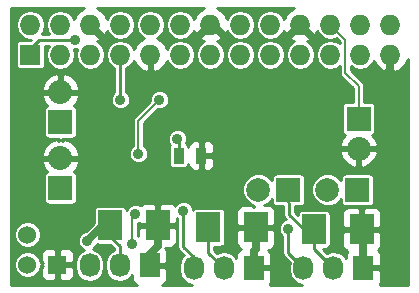
<source format=gbl>
G04 #@! TF.FileFunction,Copper,L2,Bot,Signal*
%FSLAX46Y46*%
G04 Gerber Fmt 4.6, Leading zero omitted, Abs format (unit mm)*
G04 Created by KiCad (PCBNEW (after 2015-mar-04 BZR unknown)-product) date 10/24/2015 7:47:12 PM*
%MOMM*%
G01*
G04 APERTURE LIST*
%ADD10C,0.150000*%
%ADD11R,2.032000X2.032000*%
%ADD12O,2.032000X2.032000*%
%ADD13R,0.889000X1.397000*%
%ADD14R,1.524000X1.524000*%
%ADD15C,1.524000*%
%ADD16R,2.000000X2.500000*%
%ADD17R,1.727200X2.032000*%
%ADD18O,1.727200X2.032000*%
%ADD19R,1.727200X1.727200*%
%ADD20O,1.727200X1.727200*%
%ADD21R,2.000000X2.000000*%
%ADD22C,2.000000*%
%ADD23C,0.889000*%
%ADD24C,0.254000*%
%ADD25C,0.203200*%
%ADD26C,0.635000*%
G04 APERTURE END LIST*
D10*
D11*
X49530000Y-45593000D03*
D12*
X49530000Y-43053000D03*
D13*
X59541500Y-42827000D03*
X61446500Y-42827000D03*
D14*
X49276000Y-52070000D03*
D15*
X46736000Y-52070000D03*
X46736000Y-49530000D03*
D16*
X62058800Y-48920400D03*
X66058800Y-48920400D03*
X71025000Y-49072800D03*
X75025000Y-49072800D03*
X53753000Y-48742600D03*
X57753000Y-48742600D03*
D17*
X57073800Y-52120800D03*
D18*
X54533800Y-52120800D03*
X51993800Y-52120800D03*
D17*
X65887600Y-52349400D03*
D18*
X63347600Y-52349400D03*
X60807600Y-52349400D03*
D17*
X75184000Y-52349400D03*
D18*
X72644000Y-52349400D03*
X70104000Y-52349400D03*
D11*
X74777600Y-39700200D03*
D12*
X74777600Y-42240200D03*
D11*
X49530000Y-40005000D03*
D12*
X49530000Y-37465000D03*
D19*
X46990000Y-34290000D03*
D20*
X46990000Y-31750000D03*
X49530000Y-34290000D03*
X49530000Y-31750000D03*
X52070000Y-34290000D03*
X52070000Y-31750000D03*
X54610000Y-34290000D03*
X54610000Y-31750000D03*
X57150000Y-34290000D03*
X57150000Y-31750000D03*
X59690000Y-34290000D03*
X59690000Y-31750000D03*
X62230000Y-34290000D03*
X62230000Y-31750000D03*
X64770000Y-34290000D03*
X64770000Y-31750000D03*
X67310000Y-34290000D03*
X67310000Y-31750000D03*
X69850000Y-34290000D03*
X69850000Y-31750000D03*
X72390000Y-34290000D03*
X72390000Y-31750000D03*
X74930000Y-34290000D03*
X74930000Y-31750000D03*
X77470000Y-34290000D03*
X77470000Y-31750000D03*
D21*
X74676000Y-45720000D03*
D22*
X72136000Y-45720000D03*
D21*
X68834000Y-45720000D03*
D22*
X66294000Y-45720000D03*
D23*
X50800000Y-33020000D03*
X59436000Y-41402000D03*
X56134000Y-42672000D03*
X57912000Y-38100000D03*
X54610000Y-38100000D03*
X51816000Y-50038000D03*
X57023000Y-43815000D03*
X64262000Y-43942000D03*
X57658000Y-40640000D03*
X55626000Y-50292000D03*
X55880000Y-47752000D03*
X59944000Y-47498000D03*
X68834000Y-49022000D03*
D24*
X47752000Y-33020000D02*
X46990000Y-33782000D01*
X50800000Y-33020000D02*
X47752000Y-33020000D01*
X46990000Y-33782000D02*
X46990000Y-34290000D01*
X59541500Y-41507500D02*
X59436000Y-41402000D01*
X59541500Y-42827000D02*
X59541500Y-41507500D01*
D25*
X56134000Y-42672000D02*
X56134000Y-39878000D01*
X56134000Y-39878000D02*
X57912000Y-38100000D01*
X74777600Y-39700200D02*
X74777600Y-36931600D01*
X74777600Y-36931600D02*
X73660000Y-35814000D01*
X72390000Y-31750000D02*
X73660000Y-33020000D01*
X73660000Y-33020000D02*
X73660000Y-35814000D01*
X74422000Y-39344600D02*
X74777600Y-39700200D01*
D24*
X54610000Y-38100000D02*
X54610000Y-34290000D01*
D26*
X53753000Y-48742600D02*
X53111400Y-48742600D01*
X53111400Y-48742600D02*
X51816000Y-50038000D01*
D24*
X53111400Y-48742600D02*
X51816000Y-50038000D01*
X54533800Y-50469800D02*
X54533800Y-52120800D01*
X53753000Y-49689000D02*
X54533800Y-50469800D01*
X53753000Y-48742600D02*
X53753000Y-49689000D01*
X62058800Y-48920400D02*
X62382400Y-48920400D01*
X68910200Y-47828200D02*
X68834000Y-45720000D01*
X70154800Y-49072800D02*
X68910200Y-47828200D01*
X71025000Y-49072800D02*
X70154800Y-49072800D01*
X62058800Y-51060600D02*
X63347600Y-52349400D01*
X62058800Y-48920400D02*
X62058800Y-51060600D01*
X71025000Y-50730400D02*
X72644000Y-52349400D01*
X71025000Y-49072800D02*
X71025000Y-50730400D01*
D26*
X77470000Y-34290000D02*
X77470000Y-35560000D01*
X77470000Y-35560000D02*
X77216000Y-35814000D01*
X69850000Y-31750000D02*
X71120000Y-33020000D01*
X69850000Y-31750000D02*
X68580000Y-33020000D01*
X52070000Y-31750000D02*
X53340000Y-33020000D01*
X62230000Y-31750000D02*
X60960000Y-33020000D01*
X62230000Y-31750000D02*
X62484000Y-31750000D01*
X62484000Y-31750000D02*
X63500000Y-32766000D01*
X75184000Y-52349400D02*
X75184000Y-49231800D01*
X75184000Y-49231800D02*
X75025000Y-49072800D01*
X65887600Y-52349400D02*
X65887600Y-50952400D01*
X66058800Y-50781200D02*
X66058800Y-48920400D01*
X65887600Y-50952400D02*
X66058800Y-50781200D01*
X57073800Y-52120800D02*
X57073800Y-51130200D01*
X57073800Y-51130200D02*
X57753000Y-50451000D01*
X57753000Y-50451000D02*
X57753000Y-48742600D01*
D24*
X68580000Y-33020000D02*
X68580000Y-35814000D01*
X60960000Y-33020000D02*
X60960000Y-35814000D01*
X53340000Y-33020000D02*
X53340000Y-35560000D01*
D25*
X55626000Y-48006000D02*
X55626000Y-50292000D01*
X55880000Y-47752000D02*
X55626000Y-48006000D01*
D24*
X59944000Y-50546000D02*
X59944000Y-47498000D01*
X60807600Y-51409600D02*
X59944000Y-50546000D01*
X60807600Y-52349400D02*
X60807600Y-51409600D01*
X70104000Y-52324000D02*
X70104000Y-52349400D01*
X68834000Y-49022000D02*
X68834000Y-51054000D01*
X68834000Y-51054000D02*
X70104000Y-52324000D01*
G36*
X52217000Y-31877000D02*
X52197000Y-31877000D01*
X52197000Y-31897000D01*
X51943000Y-31897000D01*
X51943000Y-31877000D01*
X51923000Y-31877000D01*
X51923000Y-31623000D01*
X51943000Y-31623000D01*
X51943000Y-31603000D01*
X52197000Y-31603000D01*
X52197000Y-31623000D01*
X52217000Y-31623000D01*
X52217000Y-31877000D01*
X52217000Y-31877000D01*
G37*
X52217000Y-31877000D02*
X52197000Y-31877000D01*
X52197000Y-31897000D01*
X51943000Y-31897000D01*
X51943000Y-31877000D01*
X51923000Y-31877000D01*
X51923000Y-31623000D01*
X51943000Y-31623000D01*
X51943000Y-31603000D01*
X52197000Y-31603000D01*
X52197000Y-31623000D01*
X52217000Y-31623000D01*
X52217000Y-31877000D01*
G36*
X62377000Y-31877000D02*
X62357000Y-31877000D01*
X62357000Y-31897000D01*
X62103000Y-31897000D01*
X62103000Y-31877000D01*
X62083000Y-31877000D01*
X62083000Y-31623000D01*
X62103000Y-31623000D01*
X62103000Y-31603000D01*
X62357000Y-31603000D01*
X62357000Y-31623000D01*
X62377000Y-31623000D01*
X62377000Y-31877000D01*
X62377000Y-31877000D01*
G37*
X62377000Y-31877000D02*
X62357000Y-31877000D01*
X62357000Y-31897000D01*
X62103000Y-31897000D01*
X62103000Y-31877000D01*
X62083000Y-31877000D01*
X62083000Y-31623000D01*
X62103000Y-31623000D01*
X62103000Y-31603000D01*
X62357000Y-31603000D01*
X62357000Y-31623000D01*
X62377000Y-31623000D01*
X62377000Y-31877000D01*
G36*
X69997000Y-31877000D02*
X69977000Y-31877000D01*
X69977000Y-31897000D01*
X69723000Y-31897000D01*
X69723000Y-31877000D01*
X69703000Y-31877000D01*
X69703000Y-31623000D01*
X69723000Y-31623000D01*
X69723000Y-31603000D01*
X69977000Y-31603000D01*
X69977000Y-31623000D01*
X69997000Y-31623000D01*
X69997000Y-31877000D01*
X69997000Y-31877000D01*
G37*
X69997000Y-31877000D02*
X69977000Y-31877000D01*
X69977000Y-31897000D01*
X69723000Y-31897000D01*
X69723000Y-31877000D01*
X69703000Y-31877000D01*
X69703000Y-31623000D01*
X69723000Y-31623000D01*
X69723000Y-31603000D01*
X69977000Y-31603000D01*
X69977000Y-31623000D01*
X69997000Y-31623000D01*
X69997000Y-31877000D01*
G36*
X78909800Y-53749800D02*
X76561225Y-53749800D01*
X76585927Y-53725098D01*
X76682600Y-53491709D01*
X76682600Y-52635150D01*
X76523850Y-52476400D01*
X75311000Y-52476400D01*
X75311000Y-52496400D01*
X75057000Y-52496400D01*
X75057000Y-52476400D01*
X75037000Y-52476400D01*
X75037000Y-52222400D01*
X75057000Y-52222400D01*
X75057000Y-52202400D01*
X75311000Y-52202400D01*
X75311000Y-52222400D01*
X76523850Y-52222400D01*
X76682600Y-52063650D01*
X76682600Y-51207091D01*
X76585927Y-50973702D01*
X76429025Y-50816799D01*
X76563327Y-50682499D01*
X76660000Y-50449110D01*
X76660000Y-50196491D01*
X76660000Y-49358550D01*
X76660000Y-48787050D01*
X76660000Y-47949109D01*
X76660000Y-47696490D01*
X76563327Y-47463101D01*
X76384698Y-47284473D01*
X76383575Y-47284007D01*
X76383575Y-42623144D01*
X76264436Y-42367200D01*
X74904600Y-42367200D01*
X74904600Y-43727567D01*
X75160546Y-43846183D01*
X75745979Y-43577388D01*
X76183985Y-43105018D01*
X76383575Y-42623144D01*
X76383575Y-47284007D01*
X76151309Y-47187800D01*
X76064464Y-47187800D01*
X76064464Y-46720000D01*
X76064464Y-44720000D01*
X76036278Y-44574726D01*
X75952404Y-44447044D01*
X75825784Y-44361574D01*
X75676000Y-44331536D01*
X74650600Y-44331536D01*
X74650600Y-43727567D01*
X74650600Y-42367200D01*
X73290764Y-42367200D01*
X73171625Y-42623144D01*
X73371215Y-43105018D01*
X73809221Y-43577388D01*
X74394654Y-43846183D01*
X74650600Y-43727567D01*
X74650600Y-44331536D01*
X73676000Y-44331536D01*
X73530726Y-44359722D01*
X73403044Y-44443596D01*
X73317574Y-44570216D01*
X73287536Y-44720000D01*
X73287536Y-44918813D01*
X72919295Y-44549928D01*
X72411903Y-44339241D01*
X71862507Y-44338761D01*
X71354749Y-44548563D01*
X70965928Y-44936705D01*
X70755241Y-45444097D01*
X70754761Y-45993493D01*
X70964563Y-46501251D01*
X71352705Y-46890072D01*
X71860097Y-47100759D01*
X72409493Y-47101239D01*
X72917251Y-46891437D01*
X73287536Y-46521798D01*
X73287536Y-46720000D01*
X73315722Y-46865274D01*
X73399596Y-46992956D01*
X73526216Y-47078426D01*
X73676000Y-47108464D01*
X75676000Y-47108464D01*
X75821274Y-47080278D01*
X75948956Y-46996404D01*
X76034426Y-46869784D01*
X76064464Y-46720000D01*
X76064464Y-47187800D01*
X75310750Y-47187800D01*
X75152000Y-47346550D01*
X75152000Y-48945800D01*
X76501250Y-48945800D01*
X76660000Y-48787050D01*
X76660000Y-49358550D01*
X76501250Y-49199800D01*
X75152000Y-49199800D01*
X75152000Y-49219800D01*
X74898000Y-49219800D01*
X74898000Y-49199800D01*
X74898000Y-48945800D01*
X74898000Y-47346550D01*
X74739250Y-47187800D01*
X73898691Y-47187800D01*
X73665302Y-47284473D01*
X73486673Y-47463101D01*
X73390000Y-47696490D01*
X73390000Y-47949109D01*
X73390000Y-48787050D01*
X73548750Y-48945800D01*
X74898000Y-48945800D01*
X74898000Y-49199800D01*
X73548750Y-49199800D01*
X73390000Y-49358550D01*
X73390000Y-50196491D01*
X73390000Y-50449110D01*
X73486673Y-50682499D01*
X73665302Y-50861127D01*
X73827473Y-50928300D01*
X73782073Y-50973702D01*
X73685400Y-51207091D01*
X73685400Y-51531021D01*
X73524065Y-51289566D01*
X73120288Y-51019771D01*
X72644000Y-50925031D01*
X72167712Y-51019771D01*
X72086832Y-51073812D01*
X71724284Y-50711264D01*
X72025000Y-50711264D01*
X72170274Y-50683078D01*
X72297956Y-50599204D01*
X72383426Y-50472584D01*
X72413464Y-50322800D01*
X72413464Y-47822800D01*
X72385278Y-47677526D01*
X72301404Y-47549844D01*
X72174784Y-47464374D01*
X72025000Y-47434336D01*
X70025000Y-47434336D01*
X69879726Y-47462522D01*
X69752044Y-47546396D01*
X69666574Y-47673016D01*
X69636536Y-47822800D01*
X69636536Y-47836116D01*
X69410653Y-47610233D01*
X69392517Y-47108464D01*
X69834000Y-47108464D01*
X69979274Y-47080278D01*
X70106956Y-46996404D01*
X70192426Y-46869784D01*
X70222464Y-46720000D01*
X70222464Y-44720000D01*
X70194278Y-44574726D01*
X70110404Y-44447044D01*
X69983784Y-44361574D01*
X69834000Y-44331536D01*
X68554600Y-44331536D01*
X68554600Y-34314383D01*
X68554600Y-34265617D01*
X68459860Y-33789329D01*
X68190065Y-33385552D01*
X67786288Y-33115757D01*
X67310000Y-33021017D01*
X66833712Y-33115757D01*
X66429935Y-33385552D01*
X66160140Y-33789329D01*
X66065400Y-34265617D01*
X66065400Y-34314383D01*
X66160140Y-34790671D01*
X66429935Y-35194448D01*
X66833712Y-35464243D01*
X67310000Y-35558983D01*
X67786288Y-35464243D01*
X68190065Y-35194448D01*
X68459860Y-34790671D01*
X68554600Y-34314383D01*
X68554600Y-44331536D01*
X67834000Y-44331536D01*
X67688726Y-44359722D01*
X67561044Y-44443596D01*
X67475574Y-44570216D01*
X67445536Y-44720000D01*
X67445536Y-44918813D01*
X67077295Y-44549928D01*
X66569903Y-44339241D01*
X66020507Y-44338761D01*
X66014600Y-44341201D01*
X66014600Y-34314383D01*
X66014600Y-34265617D01*
X65919860Y-33789329D01*
X65650065Y-33385552D01*
X65246288Y-33115757D01*
X64770000Y-33021017D01*
X64293712Y-33115757D01*
X63889935Y-33385552D01*
X63620140Y-33789329D01*
X63525400Y-34265617D01*
X63525400Y-34314383D01*
X63620140Y-34790671D01*
X63889935Y-35194448D01*
X64293712Y-35464243D01*
X64770000Y-35558983D01*
X65246288Y-35464243D01*
X65650065Y-35194448D01*
X65919860Y-34790671D01*
X66014600Y-34314383D01*
X66014600Y-44341201D01*
X65512749Y-44548563D01*
X65123928Y-44936705D01*
X64913241Y-45444097D01*
X64912761Y-45993493D01*
X65122563Y-46501251D01*
X65510705Y-46890072D01*
X65931798Y-47064924D01*
X65931798Y-47194148D01*
X65773050Y-47035400D01*
X64932491Y-47035400D01*
X64699102Y-47132073D01*
X64520473Y-47310701D01*
X64423800Y-47544090D01*
X64423800Y-47796709D01*
X64423800Y-48634650D01*
X64582550Y-48793400D01*
X65931800Y-48793400D01*
X65931800Y-48773400D01*
X66185800Y-48773400D01*
X66185800Y-48793400D01*
X67535050Y-48793400D01*
X67693800Y-48634650D01*
X67693800Y-47796709D01*
X67693800Y-47544090D01*
X67597127Y-47310701D01*
X67418498Y-47132073D01*
X67185109Y-47035400D01*
X66726835Y-47035400D01*
X67075251Y-46891437D01*
X67445536Y-46521798D01*
X67445536Y-46720000D01*
X67473722Y-46865274D01*
X67557596Y-46992956D01*
X67684216Y-47078426D01*
X67834000Y-47108464D01*
X68375854Y-47108464D01*
X68402532Y-47846550D01*
X68423290Y-47934228D01*
X68440869Y-48022603D01*
X68446048Y-48030354D01*
X68448197Y-48039429D01*
X68500937Y-48112502D01*
X68550990Y-48187410D01*
X68592268Y-48228688D01*
X68367002Y-48321767D01*
X68134583Y-48553781D01*
X68008643Y-48857077D01*
X68008357Y-49185482D01*
X68133767Y-49488998D01*
X68326000Y-49681566D01*
X68326000Y-51054000D01*
X68364669Y-51248403D01*
X68474790Y-51413210D01*
X68921087Y-51859507D01*
X68859400Y-52169631D01*
X68859400Y-52529169D01*
X68954140Y-53005457D01*
X69223935Y-53409234D01*
X69627712Y-53679029D01*
X69983500Y-53749800D01*
X67693800Y-53749800D01*
X67693800Y-50296710D01*
X67693800Y-50044091D01*
X67693800Y-49206150D01*
X67535050Y-49047400D01*
X66185800Y-49047400D01*
X66185800Y-50646650D01*
X66237550Y-50698400D01*
X66173350Y-50698400D01*
X66014600Y-50857150D01*
X66014600Y-52222400D01*
X67227450Y-52222400D01*
X67386200Y-52063650D01*
X67386200Y-51207091D01*
X67289527Y-50973702D01*
X67121225Y-50805400D01*
X67185109Y-50805400D01*
X67418498Y-50708727D01*
X67597127Y-50530099D01*
X67693800Y-50296710D01*
X67693800Y-53749800D01*
X67264825Y-53749800D01*
X67289527Y-53725098D01*
X67386200Y-53491709D01*
X67386200Y-52635150D01*
X67227450Y-52476400D01*
X66014600Y-52476400D01*
X66014600Y-52496400D01*
X65760600Y-52496400D01*
X65760600Y-52476400D01*
X65740600Y-52476400D01*
X65740600Y-52222400D01*
X65760600Y-52222400D01*
X65760600Y-50857150D01*
X65708850Y-50805400D01*
X65773050Y-50805400D01*
X65931800Y-50646650D01*
X65931800Y-49047400D01*
X64582550Y-49047400D01*
X64423800Y-49206150D01*
X64423800Y-50044091D01*
X64423800Y-50296710D01*
X64520473Y-50530099D01*
X64699102Y-50708727D01*
X64785930Y-50744692D01*
X64664301Y-50795073D01*
X64485673Y-50973702D01*
X64389000Y-51207091D01*
X64389000Y-51531021D01*
X64227665Y-51289566D01*
X63823888Y-51019771D01*
X63347600Y-50925031D01*
X62871312Y-51019771D01*
X62790432Y-51073812D01*
X62566800Y-50850179D01*
X62566800Y-50558864D01*
X63058800Y-50558864D01*
X63204074Y-50530678D01*
X63331756Y-50446804D01*
X63417226Y-50320184D01*
X63447264Y-50170400D01*
X63447264Y-47670400D01*
X63419078Y-47525126D01*
X63335204Y-47397444D01*
X63208584Y-47311974D01*
X63058800Y-47281936D01*
X62526000Y-47281936D01*
X62526000Y-43651810D01*
X62526000Y-43399191D01*
X62526000Y-43112750D01*
X62526000Y-42541250D01*
X62526000Y-42254809D01*
X62526000Y-42002190D01*
X62429327Y-41768801D01*
X62250698Y-41590173D01*
X62017309Y-41493500D01*
X61732250Y-41493500D01*
X61573500Y-41652250D01*
X61573500Y-42700000D01*
X62367250Y-42700000D01*
X62526000Y-42541250D01*
X62526000Y-43112750D01*
X62367250Y-42954000D01*
X61573500Y-42954000D01*
X61573500Y-44001750D01*
X61732250Y-44160500D01*
X62017309Y-44160500D01*
X62250698Y-44063827D01*
X62429327Y-43885199D01*
X62526000Y-43651810D01*
X62526000Y-47281936D01*
X61319500Y-47281936D01*
X61319500Y-44001750D01*
X61319500Y-42954000D01*
X61299500Y-42954000D01*
X61299500Y-42700000D01*
X61319500Y-42700000D01*
X61319500Y-41652250D01*
X61160750Y-41493500D01*
X60934600Y-41493500D01*
X60934600Y-34314383D01*
X60934600Y-34265617D01*
X60839860Y-33789329D01*
X60570065Y-33385552D01*
X60166288Y-33115757D01*
X59690000Y-33021017D01*
X59213712Y-33115757D01*
X58809935Y-33385552D01*
X58540140Y-33789329D01*
X58539676Y-33791661D01*
X58356821Y-33401510D01*
X57924947Y-33007312D01*
X57663828Y-32899159D01*
X58030065Y-32654448D01*
X58299860Y-32250671D01*
X58394600Y-31774383D01*
X58394600Y-31725617D01*
X58299860Y-31249329D01*
X58030065Y-30845552D01*
X57626288Y-30575757D01*
X57150000Y-30481017D01*
X56673712Y-30575757D01*
X56269935Y-30845552D01*
X56000140Y-31249329D01*
X55905400Y-31725617D01*
X55905400Y-31774383D01*
X56000140Y-32250671D01*
X56269935Y-32654448D01*
X56636171Y-32899159D01*
X56375053Y-33007312D01*
X55943179Y-33401510D01*
X55760323Y-33791661D01*
X55759860Y-33789329D01*
X55490065Y-33385552D01*
X55086288Y-33115757D01*
X54610000Y-33021017D01*
X54133712Y-33115757D01*
X53729935Y-33385552D01*
X53460140Y-33789329D01*
X53365400Y-34265617D01*
X53365400Y-34314383D01*
X53460140Y-34790671D01*
X53729935Y-35194448D01*
X54102000Y-35443053D01*
X54102000Y-37440697D01*
X53910583Y-37631781D01*
X53784643Y-37935077D01*
X53784357Y-38263482D01*
X53909767Y-38566998D01*
X54141781Y-38799417D01*
X54445077Y-38925357D01*
X54773482Y-38925643D01*
X55076998Y-38800233D01*
X55309417Y-38568219D01*
X55435357Y-38264923D01*
X55435643Y-37936518D01*
X55310233Y-37633002D01*
X55118000Y-37440433D01*
X55118000Y-35443053D01*
X55490065Y-35194448D01*
X55759860Y-34790671D01*
X55760323Y-34788338D01*
X55943179Y-35178490D01*
X56375053Y-35572688D01*
X56790974Y-35744958D01*
X57023000Y-35623817D01*
X57023000Y-34417000D01*
X57003000Y-34417000D01*
X57003000Y-34163000D01*
X57023000Y-34163000D01*
X57023000Y-34143000D01*
X57277000Y-34143000D01*
X57277000Y-34163000D01*
X57297000Y-34163000D01*
X57297000Y-34417000D01*
X57277000Y-34417000D01*
X57277000Y-35623817D01*
X57509026Y-35744958D01*
X57924947Y-35572688D01*
X58356821Y-35178490D01*
X58539676Y-34788338D01*
X58540140Y-34790671D01*
X58809935Y-35194448D01*
X59213712Y-35464243D01*
X59690000Y-35558983D01*
X60166288Y-35464243D01*
X60570065Y-35194448D01*
X60839860Y-34790671D01*
X60934600Y-34314383D01*
X60934600Y-41493500D01*
X60875691Y-41493500D01*
X60642302Y-41590173D01*
X60463673Y-41768801D01*
X60367000Y-42002190D01*
X60367000Y-42090029D01*
X60346278Y-41983226D01*
X60262404Y-41855544D01*
X60167977Y-41791804D01*
X60261357Y-41566923D01*
X60261643Y-41238518D01*
X60136233Y-40935002D01*
X59904219Y-40702583D01*
X59600923Y-40576643D01*
X59272518Y-40576357D01*
X58969002Y-40701767D01*
X58737643Y-40932722D01*
X58737643Y-37936518D01*
X58612233Y-37633002D01*
X58380219Y-37400583D01*
X58076923Y-37274643D01*
X57748518Y-37274357D01*
X57445002Y-37399767D01*
X57212583Y-37631781D01*
X57086643Y-37935077D01*
X57086374Y-38243125D01*
X55792750Y-39536750D01*
X55688136Y-39693317D01*
X55651400Y-39878000D01*
X55651400Y-41987341D01*
X55434583Y-42203781D01*
X55308643Y-42507077D01*
X55308357Y-42835482D01*
X55433767Y-43138998D01*
X55665781Y-43371417D01*
X55969077Y-43497357D01*
X56297482Y-43497643D01*
X56600998Y-43372233D01*
X56833417Y-43140219D01*
X56959357Y-42836923D01*
X56959643Y-42508518D01*
X56834233Y-42205002D01*
X56616600Y-41986989D01*
X56616600Y-40077900D01*
X57769123Y-38925376D01*
X58075482Y-38925643D01*
X58378998Y-38800233D01*
X58611417Y-38568219D01*
X58737357Y-38264923D01*
X58737643Y-37936518D01*
X58737643Y-40932722D01*
X58736583Y-40933781D01*
X58610643Y-41237077D01*
X58610357Y-41565482D01*
X58735767Y-41868998D01*
X58781625Y-41914936D01*
X58738574Y-41978716D01*
X58708536Y-42128500D01*
X58708536Y-43525500D01*
X58736722Y-43670774D01*
X58820596Y-43798456D01*
X58947216Y-43883926D01*
X59097000Y-43913964D01*
X59986000Y-43913964D01*
X60131274Y-43885778D01*
X60258956Y-43801904D01*
X60344426Y-43675284D01*
X60367000Y-43562719D01*
X60367000Y-43651810D01*
X60463673Y-43885199D01*
X60642302Y-44063827D01*
X60875691Y-44160500D01*
X61160750Y-44160500D01*
X61319500Y-44001750D01*
X61319500Y-47281936D01*
X61058800Y-47281936D01*
X60913526Y-47310122D01*
X60785844Y-47393996D01*
X60769570Y-47418104D01*
X60769643Y-47334518D01*
X60644233Y-47031002D01*
X60412219Y-46798583D01*
X60108923Y-46672643D01*
X59780518Y-46672357D01*
X59477002Y-46797767D01*
X59244583Y-47029781D01*
X59228041Y-47069616D01*
X59112698Y-46954273D01*
X58879309Y-46857600D01*
X58038750Y-46857600D01*
X57880000Y-47016350D01*
X57880000Y-48615600D01*
X59229250Y-48615600D01*
X59388000Y-48456850D01*
X59388000Y-48109482D01*
X59436000Y-48157566D01*
X59436000Y-50546000D01*
X59474669Y-50740403D01*
X59584790Y-50905210D01*
X59952478Y-51272898D01*
X59927535Y-51289566D01*
X59657740Y-51693343D01*
X59563000Y-52169631D01*
X59563000Y-52529169D01*
X59657740Y-53005457D01*
X59927535Y-53409234D01*
X60331312Y-53679029D01*
X60687100Y-53749800D01*
X58116822Y-53749800D01*
X58297099Y-53675127D01*
X58475727Y-53496498D01*
X58572400Y-53263109D01*
X58572400Y-52406550D01*
X58413650Y-52247800D01*
X57200800Y-52247800D01*
X57200800Y-52267800D01*
X56946800Y-52267800D01*
X56946800Y-52247800D01*
X56926800Y-52247800D01*
X56926800Y-51993800D01*
X56946800Y-51993800D01*
X56946800Y-51973800D01*
X57200800Y-51973800D01*
X57200800Y-51993800D01*
X58413650Y-51993800D01*
X58572400Y-51835050D01*
X58572400Y-50978491D01*
X58475727Y-50745102D01*
X58358225Y-50627600D01*
X58879309Y-50627600D01*
X59112698Y-50530927D01*
X59291327Y-50352299D01*
X59388000Y-50118910D01*
X59388000Y-49866291D01*
X59388000Y-49028350D01*
X59229250Y-48869600D01*
X57880000Y-48869600D01*
X57880000Y-48889600D01*
X57626000Y-48889600D01*
X57626000Y-48869600D01*
X56276750Y-48869600D01*
X56118000Y-49028350D01*
X56118000Y-49616405D01*
X56108600Y-49606989D01*
X56108600Y-48550736D01*
X56181687Y-48520537D01*
X56276750Y-48615600D01*
X57626000Y-48615600D01*
X57626000Y-47016350D01*
X57467250Y-46857600D01*
X56626691Y-46857600D01*
X56393302Y-46954273D01*
X56310608Y-47036965D01*
X56044923Y-46926643D01*
X55716518Y-46926357D01*
X55413002Y-47051767D01*
X55180583Y-47283781D01*
X55126308Y-47414487D01*
X55113278Y-47347326D01*
X55029404Y-47219644D01*
X54902784Y-47134174D01*
X54753000Y-47104136D01*
X52753000Y-47104136D01*
X52607726Y-47132322D01*
X52480044Y-47216196D01*
X52394574Y-47342816D01*
X52364536Y-47492600D01*
X52364536Y-48501636D01*
X51653813Y-49212358D01*
X51652518Y-49212357D01*
X51349002Y-49337767D01*
X51135975Y-49550422D01*
X51135975Y-43435944D01*
X51135975Y-42670056D01*
X50936385Y-42188182D01*
X50498379Y-41715812D01*
X49912946Y-41447017D01*
X49657002Y-41565632D01*
X49657002Y-41409464D01*
X50546000Y-41409464D01*
X50691274Y-41381278D01*
X50818956Y-41297404D01*
X50904426Y-41170784D01*
X50934464Y-41021000D01*
X50934464Y-38989000D01*
X50906278Y-38843726D01*
X50822404Y-38716044D01*
X50695784Y-38630574D01*
X50663509Y-38624101D01*
X50936385Y-38329818D01*
X51135975Y-37847944D01*
X51135975Y-37082056D01*
X50936385Y-36600182D01*
X50498379Y-36127812D01*
X49912946Y-35859017D01*
X49657000Y-35977633D01*
X49657000Y-37338000D01*
X51016836Y-37338000D01*
X51135975Y-37082056D01*
X51135975Y-37847944D01*
X51016836Y-37592000D01*
X49657000Y-37592000D01*
X49657000Y-37612000D01*
X49403000Y-37612000D01*
X49403000Y-37592000D01*
X49403000Y-37338000D01*
X49403000Y-35977633D01*
X49147054Y-35859017D01*
X48561621Y-36127812D01*
X48123615Y-36600182D01*
X47924025Y-37082056D01*
X48043164Y-37338000D01*
X49403000Y-37338000D01*
X49403000Y-37592000D01*
X48043164Y-37592000D01*
X47924025Y-37847944D01*
X48123615Y-38329818D01*
X48395887Y-38623452D01*
X48368726Y-38628722D01*
X48241044Y-38712596D01*
X48155574Y-38839216D01*
X48125536Y-38989000D01*
X48125536Y-41021000D01*
X48153722Y-41166274D01*
X48237596Y-41293956D01*
X48364216Y-41379426D01*
X48514000Y-41409464D01*
X49402998Y-41409464D01*
X49402998Y-41565632D01*
X49147054Y-41447017D01*
X48561621Y-41715812D01*
X48123615Y-42188182D01*
X47924025Y-42670056D01*
X48043164Y-42926000D01*
X49403000Y-42926000D01*
X49403000Y-42906000D01*
X49657000Y-42906000D01*
X49657000Y-42926000D01*
X51016836Y-42926000D01*
X51135975Y-42670056D01*
X51135975Y-43435944D01*
X51016836Y-43180000D01*
X49657000Y-43180000D01*
X49657000Y-43200000D01*
X49403000Y-43200000D01*
X49403000Y-43180000D01*
X48043164Y-43180000D01*
X47924025Y-43435944D01*
X48123615Y-43917818D01*
X48395887Y-44211452D01*
X48368726Y-44216722D01*
X48241044Y-44300596D01*
X48155574Y-44427216D01*
X48125536Y-44577000D01*
X48125536Y-46609000D01*
X48153722Y-46754274D01*
X48237596Y-46881956D01*
X48364216Y-46967426D01*
X48514000Y-46997464D01*
X50546000Y-46997464D01*
X50691274Y-46969278D01*
X50818956Y-46885404D01*
X50904426Y-46758784D01*
X50934464Y-46609000D01*
X50934464Y-44577000D01*
X50906278Y-44431726D01*
X50822404Y-44304044D01*
X50695784Y-44218574D01*
X50663509Y-44212101D01*
X50936385Y-43917818D01*
X51135975Y-43435944D01*
X51135975Y-49550422D01*
X51116583Y-49569781D01*
X50990643Y-49873077D01*
X50990357Y-50201482D01*
X51115767Y-50504998D01*
X51347781Y-50737417D01*
X51502074Y-50801485D01*
X51113735Y-51060966D01*
X50843940Y-51464743D01*
X50749200Y-51941031D01*
X50749200Y-52300569D01*
X50843940Y-52776857D01*
X51113735Y-53180634D01*
X51517512Y-53450429D01*
X51993800Y-53545169D01*
X52470088Y-53450429D01*
X52873865Y-53180634D01*
X53143660Y-52776857D01*
X53238400Y-52300569D01*
X53238400Y-51941031D01*
X53143660Y-51464743D01*
X52873865Y-51060966D01*
X52470088Y-50791171D01*
X52257310Y-50748846D01*
X52282998Y-50738233D01*
X52515417Y-50506219D01*
X52584972Y-50338711D01*
X52603216Y-50351026D01*
X52753000Y-50381064D01*
X53726644Y-50381064D01*
X54025800Y-50680220D01*
X54025800Y-50812360D01*
X53653735Y-51060966D01*
X53383940Y-51464743D01*
X53289200Y-51941031D01*
X53289200Y-52300569D01*
X53383940Y-52776857D01*
X53653735Y-53180634D01*
X54057512Y-53450429D01*
X54533800Y-53545169D01*
X55010088Y-53450429D01*
X55413865Y-53180634D01*
X55575200Y-52939178D01*
X55575200Y-53263109D01*
X55671873Y-53496498D01*
X55850501Y-53675127D01*
X56030777Y-53749800D01*
X50673000Y-53749800D01*
X50673000Y-52958310D01*
X50673000Y-52705691D01*
X50673000Y-52355750D01*
X50673000Y-51784250D01*
X50673000Y-51434309D01*
X50673000Y-51181690D01*
X50576327Y-50948301D01*
X50397698Y-50769673D01*
X50164309Y-50673000D01*
X49561750Y-50673000D01*
X49403000Y-50831750D01*
X49403000Y-51943000D01*
X50514250Y-51943000D01*
X50673000Y-51784250D01*
X50673000Y-52355750D01*
X50514250Y-52197000D01*
X49403000Y-52197000D01*
X49403000Y-53308250D01*
X49561750Y-53467000D01*
X50164309Y-53467000D01*
X50397698Y-53370327D01*
X50576327Y-53191699D01*
X50673000Y-52958310D01*
X50673000Y-53749800D01*
X49149000Y-53749800D01*
X49149000Y-53308250D01*
X49149000Y-52197000D01*
X49129000Y-52197000D01*
X49129000Y-51943000D01*
X49149000Y-51943000D01*
X49149000Y-50831750D01*
X48990250Y-50673000D01*
X48387691Y-50673000D01*
X48154302Y-50769673D01*
X47975673Y-50948301D01*
X47879198Y-51181211D01*
X47879198Y-49303641D01*
X47705554Y-48883388D01*
X47384303Y-48561577D01*
X46964354Y-48387199D01*
X46509641Y-48386802D01*
X46089388Y-48560446D01*
X45767577Y-48881697D01*
X45593199Y-49301646D01*
X45592802Y-49756359D01*
X45766446Y-50176612D01*
X46087697Y-50498423D01*
X46507646Y-50672801D01*
X46962359Y-50673198D01*
X47382612Y-50499554D01*
X47704423Y-50178303D01*
X47878801Y-49758354D01*
X47879198Y-49303641D01*
X47879198Y-51181211D01*
X47879000Y-51181690D01*
X47879000Y-51434309D01*
X47879000Y-51784250D01*
X48037748Y-51942998D01*
X47879198Y-51942998D01*
X47879111Y-51942998D01*
X47879198Y-51843641D01*
X47705554Y-51423388D01*
X47384303Y-51101577D01*
X46964354Y-50927199D01*
X46509641Y-50926802D01*
X46089388Y-51100446D01*
X45767577Y-51421697D01*
X45593199Y-51841646D01*
X45592802Y-52296359D01*
X45766446Y-52716612D01*
X46087697Y-53038423D01*
X46507646Y-53212801D01*
X46962359Y-53213198D01*
X47382612Y-53039554D01*
X47704423Y-52718303D01*
X47878801Y-52298354D01*
X47879000Y-52070424D01*
X47879000Y-52197002D01*
X47879198Y-52197002D01*
X48037748Y-52197002D01*
X47879198Y-52355552D01*
X47879000Y-52355750D01*
X47879000Y-52705691D01*
X47879000Y-52958310D01*
X47975673Y-53191699D01*
X48154302Y-53370327D01*
X48387691Y-53467000D01*
X48990250Y-53467000D01*
X49149000Y-53308250D01*
X49149000Y-53749800D01*
X45380200Y-53749800D01*
X45380200Y-30380200D01*
X51505372Y-30380200D01*
X51295053Y-30467312D01*
X50863179Y-30861510D01*
X50680323Y-31251661D01*
X50679860Y-31249329D01*
X50410065Y-30845552D01*
X50006288Y-30575757D01*
X49530000Y-30481017D01*
X49053712Y-30575757D01*
X48649935Y-30845552D01*
X48380140Y-31249329D01*
X48285400Y-31725617D01*
X48285400Y-31774383D01*
X48380140Y-32250671D01*
X48554754Y-32512000D01*
X47965245Y-32512000D01*
X48139860Y-32250671D01*
X48234600Y-31774383D01*
X48234600Y-31725617D01*
X48139860Y-31249329D01*
X47870065Y-30845552D01*
X47466288Y-30575757D01*
X46990000Y-30481017D01*
X46513712Y-30575757D01*
X46109935Y-30845552D01*
X45840140Y-31249329D01*
X45745400Y-31725617D01*
X45745400Y-31774383D01*
X45840140Y-32250671D01*
X46109935Y-32654448D01*
X46513712Y-32924243D01*
X46990000Y-33018983D01*
X47045670Y-33007909D01*
X47015644Y-33037936D01*
X46126400Y-33037936D01*
X45981126Y-33066122D01*
X45853444Y-33149996D01*
X45767974Y-33276616D01*
X45737936Y-33426400D01*
X45737936Y-35153600D01*
X45766122Y-35298874D01*
X45849996Y-35426556D01*
X45976616Y-35512026D01*
X46126400Y-35542064D01*
X47853600Y-35542064D01*
X47998874Y-35513878D01*
X48126556Y-35430004D01*
X48212026Y-35303384D01*
X48242064Y-35153600D01*
X48242064Y-33528000D01*
X48554754Y-33528000D01*
X48380140Y-33789329D01*
X48285400Y-34265617D01*
X48285400Y-34314383D01*
X48380140Y-34790671D01*
X48649935Y-35194448D01*
X49053712Y-35464243D01*
X49530000Y-35558983D01*
X50006288Y-35464243D01*
X50410065Y-35194448D01*
X50679860Y-34790671D01*
X50774600Y-34314383D01*
X50774600Y-34265617D01*
X50691014Y-33845405D01*
X50908947Y-33845595D01*
X50825400Y-34265617D01*
X50825400Y-34314383D01*
X50920140Y-34790671D01*
X51189935Y-35194448D01*
X51593712Y-35464243D01*
X52070000Y-35558983D01*
X52546288Y-35464243D01*
X52950065Y-35194448D01*
X53219860Y-34790671D01*
X53314600Y-34314383D01*
X53314600Y-34265617D01*
X53219860Y-33789329D01*
X52950065Y-33385552D01*
X52583828Y-33140840D01*
X52844947Y-33032688D01*
X53276821Y-32638490D01*
X53459676Y-32248338D01*
X53460140Y-32250671D01*
X53729935Y-32654448D01*
X54133712Y-32924243D01*
X54610000Y-33018983D01*
X55086288Y-32924243D01*
X55490065Y-32654448D01*
X55759860Y-32250671D01*
X55854600Y-31774383D01*
X55854600Y-31725617D01*
X55759860Y-31249329D01*
X55490065Y-30845552D01*
X55086288Y-30575757D01*
X54610000Y-30481017D01*
X54133712Y-30575757D01*
X53729935Y-30845552D01*
X53460140Y-31249329D01*
X53459676Y-31251661D01*
X53276821Y-30861510D01*
X52844947Y-30467312D01*
X52634627Y-30380200D01*
X61665372Y-30380200D01*
X61455053Y-30467312D01*
X61023179Y-30861510D01*
X60840323Y-31251661D01*
X60839860Y-31249329D01*
X60570065Y-30845552D01*
X60166288Y-30575757D01*
X59690000Y-30481017D01*
X59213712Y-30575757D01*
X58809935Y-30845552D01*
X58540140Y-31249329D01*
X58445400Y-31725617D01*
X58445400Y-31774383D01*
X58540140Y-32250671D01*
X58809935Y-32654448D01*
X59213712Y-32924243D01*
X59690000Y-33018983D01*
X60166288Y-32924243D01*
X60570065Y-32654448D01*
X60839860Y-32250671D01*
X60840323Y-32248338D01*
X61023179Y-32638490D01*
X61455053Y-33032688D01*
X61716171Y-33140840D01*
X61349935Y-33385552D01*
X61080140Y-33789329D01*
X60985400Y-34265617D01*
X60985400Y-34314383D01*
X61080140Y-34790671D01*
X61349935Y-35194448D01*
X61753712Y-35464243D01*
X62230000Y-35558983D01*
X62706288Y-35464243D01*
X63110065Y-35194448D01*
X63379860Y-34790671D01*
X63474600Y-34314383D01*
X63474600Y-34265617D01*
X63379860Y-33789329D01*
X63110065Y-33385552D01*
X62743828Y-33140840D01*
X63004947Y-33032688D01*
X63436821Y-32638490D01*
X63619676Y-32248338D01*
X63620140Y-32250671D01*
X63889935Y-32654448D01*
X64293712Y-32924243D01*
X64770000Y-33018983D01*
X65246288Y-32924243D01*
X65650065Y-32654448D01*
X65919860Y-32250671D01*
X66014600Y-31774383D01*
X66014600Y-31725617D01*
X65919860Y-31249329D01*
X65650065Y-30845552D01*
X65246288Y-30575757D01*
X64770000Y-30481017D01*
X64293712Y-30575757D01*
X63889935Y-30845552D01*
X63620140Y-31249329D01*
X63619676Y-31251661D01*
X63436821Y-30861510D01*
X63004947Y-30467312D01*
X62794627Y-30380200D01*
X69285372Y-30380200D01*
X69075053Y-30467312D01*
X68643179Y-30861510D01*
X68460323Y-31251661D01*
X68459860Y-31249329D01*
X68190065Y-30845552D01*
X67786288Y-30575757D01*
X67310000Y-30481017D01*
X66833712Y-30575757D01*
X66429935Y-30845552D01*
X66160140Y-31249329D01*
X66065400Y-31725617D01*
X66065400Y-31774383D01*
X66160140Y-32250671D01*
X66429935Y-32654448D01*
X66833712Y-32924243D01*
X67310000Y-33018983D01*
X67786288Y-32924243D01*
X68190065Y-32654448D01*
X68459860Y-32250671D01*
X68460323Y-32248338D01*
X68643179Y-32638490D01*
X69075053Y-33032688D01*
X69336171Y-33140840D01*
X68969935Y-33385552D01*
X68700140Y-33789329D01*
X68605400Y-34265617D01*
X68605400Y-34314383D01*
X68700140Y-34790671D01*
X68969935Y-35194448D01*
X69373712Y-35464243D01*
X69850000Y-35558983D01*
X70326288Y-35464243D01*
X70730065Y-35194448D01*
X70999860Y-34790671D01*
X71094600Y-34314383D01*
X71094600Y-34265617D01*
X70999860Y-33789329D01*
X70730065Y-33385552D01*
X70363828Y-33140840D01*
X70624947Y-33032688D01*
X71056821Y-32638490D01*
X71239676Y-32248338D01*
X71240140Y-32250671D01*
X71509935Y-32654448D01*
X71913712Y-32924243D01*
X72390000Y-33018983D01*
X72866288Y-32924243D01*
X72875552Y-32918052D01*
X73177400Y-33219900D01*
X73177400Y-33323635D01*
X72866288Y-33115757D01*
X72390000Y-33021017D01*
X71913712Y-33115757D01*
X71509935Y-33385552D01*
X71240140Y-33789329D01*
X71145400Y-34265617D01*
X71145400Y-34314383D01*
X71240140Y-34790671D01*
X71509935Y-35194448D01*
X71913712Y-35464243D01*
X72390000Y-35558983D01*
X72866288Y-35464243D01*
X73177400Y-35256364D01*
X73177400Y-35814000D01*
X73214136Y-35998683D01*
X73318750Y-36155250D01*
X74295000Y-37131500D01*
X74295000Y-38295736D01*
X73761600Y-38295736D01*
X73616326Y-38323922D01*
X73488644Y-38407796D01*
X73403174Y-38534416D01*
X73373136Y-38684200D01*
X73373136Y-40716200D01*
X73401322Y-40861474D01*
X73485196Y-40989156D01*
X73611816Y-41074626D01*
X73644090Y-41081098D01*
X73371215Y-41375382D01*
X73171625Y-41857256D01*
X73290764Y-42113200D01*
X74650600Y-42113200D01*
X74650600Y-42093200D01*
X74904600Y-42093200D01*
X74904600Y-42113200D01*
X76264436Y-42113200D01*
X76383575Y-41857256D01*
X76183985Y-41375382D01*
X75911712Y-41081747D01*
X75938874Y-41076478D01*
X76066556Y-40992604D01*
X76152026Y-40865984D01*
X76182064Y-40716200D01*
X76182064Y-38684200D01*
X76153878Y-38538926D01*
X76070004Y-38411244D01*
X75943384Y-38325774D01*
X75793600Y-38295736D01*
X75260200Y-38295736D01*
X75260200Y-36931600D01*
X75223464Y-36746917D01*
X75118850Y-36590350D01*
X74142600Y-35614100D01*
X74142600Y-35256364D01*
X74453712Y-35464243D01*
X74930000Y-35558983D01*
X75406288Y-35464243D01*
X75810065Y-35194448D01*
X76079860Y-34790671D01*
X76080323Y-34788338D01*
X76263179Y-35178490D01*
X76695053Y-35572688D01*
X77110974Y-35744958D01*
X77343000Y-35623817D01*
X77343000Y-34417000D01*
X77323000Y-34417000D01*
X77323000Y-34163000D01*
X77343000Y-34163000D01*
X77343000Y-34143000D01*
X77597000Y-34143000D01*
X77597000Y-34163000D01*
X77617000Y-34163000D01*
X77617000Y-34417000D01*
X77597000Y-34417000D01*
X77597000Y-35623817D01*
X77829026Y-35744958D01*
X78244947Y-35572688D01*
X78676821Y-35178490D01*
X78909800Y-34681390D01*
X78909800Y-53749800D01*
X78909800Y-53749800D01*
G37*
X78909800Y-53749800D02*
X76561225Y-53749800D01*
X76585927Y-53725098D01*
X76682600Y-53491709D01*
X76682600Y-52635150D01*
X76523850Y-52476400D01*
X75311000Y-52476400D01*
X75311000Y-52496400D01*
X75057000Y-52496400D01*
X75057000Y-52476400D01*
X75037000Y-52476400D01*
X75037000Y-52222400D01*
X75057000Y-52222400D01*
X75057000Y-52202400D01*
X75311000Y-52202400D01*
X75311000Y-52222400D01*
X76523850Y-52222400D01*
X76682600Y-52063650D01*
X76682600Y-51207091D01*
X76585927Y-50973702D01*
X76429025Y-50816799D01*
X76563327Y-50682499D01*
X76660000Y-50449110D01*
X76660000Y-50196491D01*
X76660000Y-49358550D01*
X76660000Y-48787050D01*
X76660000Y-47949109D01*
X76660000Y-47696490D01*
X76563327Y-47463101D01*
X76384698Y-47284473D01*
X76383575Y-47284007D01*
X76383575Y-42623144D01*
X76264436Y-42367200D01*
X74904600Y-42367200D01*
X74904600Y-43727567D01*
X75160546Y-43846183D01*
X75745979Y-43577388D01*
X76183985Y-43105018D01*
X76383575Y-42623144D01*
X76383575Y-47284007D01*
X76151309Y-47187800D01*
X76064464Y-47187800D01*
X76064464Y-46720000D01*
X76064464Y-44720000D01*
X76036278Y-44574726D01*
X75952404Y-44447044D01*
X75825784Y-44361574D01*
X75676000Y-44331536D01*
X74650600Y-44331536D01*
X74650600Y-43727567D01*
X74650600Y-42367200D01*
X73290764Y-42367200D01*
X73171625Y-42623144D01*
X73371215Y-43105018D01*
X73809221Y-43577388D01*
X74394654Y-43846183D01*
X74650600Y-43727567D01*
X74650600Y-44331536D01*
X73676000Y-44331536D01*
X73530726Y-44359722D01*
X73403044Y-44443596D01*
X73317574Y-44570216D01*
X73287536Y-44720000D01*
X73287536Y-44918813D01*
X72919295Y-44549928D01*
X72411903Y-44339241D01*
X71862507Y-44338761D01*
X71354749Y-44548563D01*
X70965928Y-44936705D01*
X70755241Y-45444097D01*
X70754761Y-45993493D01*
X70964563Y-46501251D01*
X71352705Y-46890072D01*
X71860097Y-47100759D01*
X72409493Y-47101239D01*
X72917251Y-46891437D01*
X73287536Y-46521798D01*
X73287536Y-46720000D01*
X73315722Y-46865274D01*
X73399596Y-46992956D01*
X73526216Y-47078426D01*
X73676000Y-47108464D01*
X75676000Y-47108464D01*
X75821274Y-47080278D01*
X75948956Y-46996404D01*
X76034426Y-46869784D01*
X76064464Y-46720000D01*
X76064464Y-47187800D01*
X75310750Y-47187800D01*
X75152000Y-47346550D01*
X75152000Y-48945800D01*
X76501250Y-48945800D01*
X76660000Y-48787050D01*
X76660000Y-49358550D01*
X76501250Y-49199800D01*
X75152000Y-49199800D01*
X75152000Y-49219800D01*
X74898000Y-49219800D01*
X74898000Y-49199800D01*
X74898000Y-48945800D01*
X74898000Y-47346550D01*
X74739250Y-47187800D01*
X73898691Y-47187800D01*
X73665302Y-47284473D01*
X73486673Y-47463101D01*
X73390000Y-47696490D01*
X73390000Y-47949109D01*
X73390000Y-48787050D01*
X73548750Y-48945800D01*
X74898000Y-48945800D01*
X74898000Y-49199800D01*
X73548750Y-49199800D01*
X73390000Y-49358550D01*
X73390000Y-50196491D01*
X73390000Y-50449110D01*
X73486673Y-50682499D01*
X73665302Y-50861127D01*
X73827473Y-50928300D01*
X73782073Y-50973702D01*
X73685400Y-51207091D01*
X73685400Y-51531021D01*
X73524065Y-51289566D01*
X73120288Y-51019771D01*
X72644000Y-50925031D01*
X72167712Y-51019771D01*
X72086832Y-51073812D01*
X71724284Y-50711264D01*
X72025000Y-50711264D01*
X72170274Y-50683078D01*
X72297956Y-50599204D01*
X72383426Y-50472584D01*
X72413464Y-50322800D01*
X72413464Y-47822800D01*
X72385278Y-47677526D01*
X72301404Y-47549844D01*
X72174784Y-47464374D01*
X72025000Y-47434336D01*
X70025000Y-47434336D01*
X69879726Y-47462522D01*
X69752044Y-47546396D01*
X69666574Y-47673016D01*
X69636536Y-47822800D01*
X69636536Y-47836116D01*
X69410653Y-47610233D01*
X69392517Y-47108464D01*
X69834000Y-47108464D01*
X69979274Y-47080278D01*
X70106956Y-46996404D01*
X70192426Y-46869784D01*
X70222464Y-46720000D01*
X70222464Y-44720000D01*
X70194278Y-44574726D01*
X70110404Y-44447044D01*
X69983784Y-44361574D01*
X69834000Y-44331536D01*
X68554600Y-44331536D01*
X68554600Y-34314383D01*
X68554600Y-34265617D01*
X68459860Y-33789329D01*
X68190065Y-33385552D01*
X67786288Y-33115757D01*
X67310000Y-33021017D01*
X66833712Y-33115757D01*
X66429935Y-33385552D01*
X66160140Y-33789329D01*
X66065400Y-34265617D01*
X66065400Y-34314383D01*
X66160140Y-34790671D01*
X66429935Y-35194448D01*
X66833712Y-35464243D01*
X67310000Y-35558983D01*
X67786288Y-35464243D01*
X68190065Y-35194448D01*
X68459860Y-34790671D01*
X68554600Y-34314383D01*
X68554600Y-44331536D01*
X67834000Y-44331536D01*
X67688726Y-44359722D01*
X67561044Y-44443596D01*
X67475574Y-44570216D01*
X67445536Y-44720000D01*
X67445536Y-44918813D01*
X67077295Y-44549928D01*
X66569903Y-44339241D01*
X66020507Y-44338761D01*
X66014600Y-44341201D01*
X66014600Y-34314383D01*
X66014600Y-34265617D01*
X65919860Y-33789329D01*
X65650065Y-33385552D01*
X65246288Y-33115757D01*
X64770000Y-33021017D01*
X64293712Y-33115757D01*
X63889935Y-33385552D01*
X63620140Y-33789329D01*
X63525400Y-34265617D01*
X63525400Y-34314383D01*
X63620140Y-34790671D01*
X63889935Y-35194448D01*
X64293712Y-35464243D01*
X64770000Y-35558983D01*
X65246288Y-35464243D01*
X65650065Y-35194448D01*
X65919860Y-34790671D01*
X66014600Y-34314383D01*
X66014600Y-44341201D01*
X65512749Y-44548563D01*
X65123928Y-44936705D01*
X64913241Y-45444097D01*
X64912761Y-45993493D01*
X65122563Y-46501251D01*
X65510705Y-46890072D01*
X65931798Y-47064924D01*
X65931798Y-47194148D01*
X65773050Y-47035400D01*
X64932491Y-47035400D01*
X64699102Y-47132073D01*
X64520473Y-47310701D01*
X64423800Y-47544090D01*
X64423800Y-47796709D01*
X64423800Y-48634650D01*
X64582550Y-48793400D01*
X65931800Y-48793400D01*
X65931800Y-48773400D01*
X66185800Y-48773400D01*
X66185800Y-48793400D01*
X67535050Y-48793400D01*
X67693800Y-48634650D01*
X67693800Y-47796709D01*
X67693800Y-47544090D01*
X67597127Y-47310701D01*
X67418498Y-47132073D01*
X67185109Y-47035400D01*
X66726835Y-47035400D01*
X67075251Y-46891437D01*
X67445536Y-46521798D01*
X67445536Y-46720000D01*
X67473722Y-46865274D01*
X67557596Y-46992956D01*
X67684216Y-47078426D01*
X67834000Y-47108464D01*
X68375854Y-47108464D01*
X68402532Y-47846550D01*
X68423290Y-47934228D01*
X68440869Y-48022603D01*
X68446048Y-48030354D01*
X68448197Y-48039429D01*
X68500937Y-48112502D01*
X68550990Y-48187410D01*
X68592268Y-48228688D01*
X68367002Y-48321767D01*
X68134583Y-48553781D01*
X68008643Y-48857077D01*
X68008357Y-49185482D01*
X68133767Y-49488998D01*
X68326000Y-49681566D01*
X68326000Y-51054000D01*
X68364669Y-51248403D01*
X68474790Y-51413210D01*
X68921087Y-51859507D01*
X68859400Y-52169631D01*
X68859400Y-52529169D01*
X68954140Y-53005457D01*
X69223935Y-53409234D01*
X69627712Y-53679029D01*
X69983500Y-53749800D01*
X67693800Y-53749800D01*
X67693800Y-50296710D01*
X67693800Y-50044091D01*
X67693800Y-49206150D01*
X67535050Y-49047400D01*
X66185800Y-49047400D01*
X66185800Y-50646650D01*
X66237550Y-50698400D01*
X66173350Y-50698400D01*
X66014600Y-50857150D01*
X66014600Y-52222400D01*
X67227450Y-52222400D01*
X67386200Y-52063650D01*
X67386200Y-51207091D01*
X67289527Y-50973702D01*
X67121225Y-50805400D01*
X67185109Y-50805400D01*
X67418498Y-50708727D01*
X67597127Y-50530099D01*
X67693800Y-50296710D01*
X67693800Y-53749800D01*
X67264825Y-53749800D01*
X67289527Y-53725098D01*
X67386200Y-53491709D01*
X67386200Y-52635150D01*
X67227450Y-52476400D01*
X66014600Y-52476400D01*
X66014600Y-52496400D01*
X65760600Y-52496400D01*
X65760600Y-52476400D01*
X65740600Y-52476400D01*
X65740600Y-52222400D01*
X65760600Y-52222400D01*
X65760600Y-50857150D01*
X65708850Y-50805400D01*
X65773050Y-50805400D01*
X65931800Y-50646650D01*
X65931800Y-49047400D01*
X64582550Y-49047400D01*
X64423800Y-49206150D01*
X64423800Y-50044091D01*
X64423800Y-50296710D01*
X64520473Y-50530099D01*
X64699102Y-50708727D01*
X64785930Y-50744692D01*
X64664301Y-50795073D01*
X64485673Y-50973702D01*
X64389000Y-51207091D01*
X64389000Y-51531021D01*
X64227665Y-51289566D01*
X63823888Y-51019771D01*
X63347600Y-50925031D01*
X62871312Y-51019771D01*
X62790432Y-51073812D01*
X62566800Y-50850179D01*
X62566800Y-50558864D01*
X63058800Y-50558864D01*
X63204074Y-50530678D01*
X63331756Y-50446804D01*
X63417226Y-50320184D01*
X63447264Y-50170400D01*
X63447264Y-47670400D01*
X63419078Y-47525126D01*
X63335204Y-47397444D01*
X63208584Y-47311974D01*
X63058800Y-47281936D01*
X62526000Y-47281936D01*
X62526000Y-43651810D01*
X62526000Y-43399191D01*
X62526000Y-43112750D01*
X62526000Y-42541250D01*
X62526000Y-42254809D01*
X62526000Y-42002190D01*
X62429327Y-41768801D01*
X62250698Y-41590173D01*
X62017309Y-41493500D01*
X61732250Y-41493500D01*
X61573500Y-41652250D01*
X61573500Y-42700000D01*
X62367250Y-42700000D01*
X62526000Y-42541250D01*
X62526000Y-43112750D01*
X62367250Y-42954000D01*
X61573500Y-42954000D01*
X61573500Y-44001750D01*
X61732250Y-44160500D01*
X62017309Y-44160500D01*
X62250698Y-44063827D01*
X62429327Y-43885199D01*
X62526000Y-43651810D01*
X62526000Y-47281936D01*
X61319500Y-47281936D01*
X61319500Y-44001750D01*
X61319500Y-42954000D01*
X61299500Y-42954000D01*
X61299500Y-42700000D01*
X61319500Y-42700000D01*
X61319500Y-41652250D01*
X61160750Y-41493500D01*
X60934600Y-41493500D01*
X60934600Y-34314383D01*
X60934600Y-34265617D01*
X60839860Y-33789329D01*
X60570065Y-33385552D01*
X60166288Y-33115757D01*
X59690000Y-33021017D01*
X59213712Y-33115757D01*
X58809935Y-33385552D01*
X58540140Y-33789329D01*
X58539676Y-33791661D01*
X58356821Y-33401510D01*
X57924947Y-33007312D01*
X57663828Y-32899159D01*
X58030065Y-32654448D01*
X58299860Y-32250671D01*
X58394600Y-31774383D01*
X58394600Y-31725617D01*
X58299860Y-31249329D01*
X58030065Y-30845552D01*
X57626288Y-30575757D01*
X57150000Y-30481017D01*
X56673712Y-30575757D01*
X56269935Y-30845552D01*
X56000140Y-31249329D01*
X55905400Y-31725617D01*
X55905400Y-31774383D01*
X56000140Y-32250671D01*
X56269935Y-32654448D01*
X56636171Y-32899159D01*
X56375053Y-33007312D01*
X55943179Y-33401510D01*
X55760323Y-33791661D01*
X55759860Y-33789329D01*
X55490065Y-33385552D01*
X55086288Y-33115757D01*
X54610000Y-33021017D01*
X54133712Y-33115757D01*
X53729935Y-33385552D01*
X53460140Y-33789329D01*
X53365400Y-34265617D01*
X53365400Y-34314383D01*
X53460140Y-34790671D01*
X53729935Y-35194448D01*
X54102000Y-35443053D01*
X54102000Y-37440697D01*
X53910583Y-37631781D01*
X53784643Y-37935077D01*
X53784357Y-38263482D01*
X53909767Y-38566998D01*
X54141781Y-38799417D01*
X54445077Y-38925357D01*
X54773482Y-38925643D01*
X55076998Y-38800233D01*
X55309417Y-38568219D01*
X55435357Y-38264923D01*
X55435643Y-37936518D01*
X55310233Y-37633002D01*
X55118000Y-37440433D01*
X55118000Y-35443053D01*
X55490065Y-35194448D01*
X55759860Y-34790671D01*
X55760323Y-34788338D01*
X55943179Y-35178490D01*
X56375053Y-35572688D01*
X56790974Y-35744958D01*
X57023000Y-35623817D01*
X57023000Y-34417000D01*
X57003000Y-34417000D01*
X57003000Y-34163000D01*
X57023000Y-34163000D01*
X57023000Y-34143000D01*
X57277000Y-34143000D01*
X57277000Y-34163000D01*
X57297000Y-34163000D01*
X57297000Y-34417000D01*
X57277000Y-34417000D01*
X57277000Y-35623817D01*
X57509026Y-35744958D01*
X57924947Y-35572688D01*
X58356821Y-35178490D01*
X58539676Y-34788338D01*
X58540140Y-34790671D01*
X58809935Y-35194448D01*
X59213712Y-35464243D01*
X59690000Y-35558983D01*
X60166288Y-35464243D01*
X60570065Y-35194448D01*
X60839860Y-34790671D01*
X60934600Y-34314383D01*
X60934600Y-41493500D01*
X60875691Y-41493500D01*
X60642302Y-41590173D01*
X60463673Y-41768801D01*
X60367000Y-42002190D01*
X60367000Y-42090029D01*
X60346278Y-41983226D01*
X60262404Y-41855544D01*
X60167977Y-41791804D01*
X60261357Y-41566923D01*
X60261643Y-41238518D01*
X60136233Y-40935002D01*
X59904219Y-40702583D01*
X59600923Y-40576643D01*
X59272518Y-40576357D01*
X58969002Y-40701767D01*
X58737643Y-40932722D01*
X58737643Y-37936518D01*
X58612233Y-37633002D01*
X58380219Y-37400583D01*
X58076923Y-37274643D01*
X57748518Y-37274357D01*
X57445002Y-37399767D01*
X57212583Y-37631781D01*
X57086643Y-37935077D01*
X57086374Y-38243125D01*
X55792750Y-39536750D01*
X55688136Y-39693317D01*
X55651400Y-39878000D01*
X55651400Y-41987341D01*
X55434583Y-42203781D01*
X55308643Y-42507077D01*
X55308357Y-42835482D01*
X55433767Y-43138998D01*
X55665781Y-43371417D01*
X55969077Y-43497357D01*
X56297482Y-43497643D01*
X56600998Y-43372233D01*
X56833417Y-43140219D01*
X56959357Y-42836923D01*
X56959643Y-42508518D01*
X56834233Y-42205002D01*
X56616600Y-41986989D01*
X56616600Y-40077900D01*
X57769123Y-38925376D01*
X58075482Y-38925643D01*
X58378998Y-38800233D01*
X58611417Y-38568219D01*
X58737357Y-38264923D01*
X58737643Y-37936518D01*
X58737643Y-40932722D01*
X58736583Y-40933781D01*
X58610643Y-41237077D01*
X58610357Y-41565482D01*
X58735767Y-41868998D01*
X58781625Y-41914936D01*
X58738574Y-41978716D01*
X58708536Y-42128500D01*
X58708536Y-43525500D01*
X58736722Y-43670774D01*
X58820596Y-43798456D01*
X58947216Y-43883926D01*
X59097000Y-43913964D01*
X59986000Y-43913964D01*
X60131274Y-43885778D01*
X60258956Y-43801904D01*
X60344426Y-43675284D01*
X60367000Y-43562719D01*
X60367000Y-43651810D01*
X60463673Y-43885199D01*
X60642302Y-44063827D01*
X60875691Y-44160500D01*
X61160750Y-44160500D01*
X61319500Y-44001750D01*
X61319500Y-47281936D01*
X61058800Y-47281936D01*
X60913526Y-47310122D01*
X60785844Y-47393996D01*
X60769570Y-47418104D01*
X60769643Y-47334518D01*
X60644233Y-47031002D01*
X60412219Y-46798583D01*
X60108923Y-46672643D01*
X59780518Y-46672357D01*
X59477002Y-46797767D01*
X59244583Y-47029781D01*
X59228041Y-47069616D01*
X59112698Y-46954273D01*
X58879309Y-46857600D01*
X58038750Y-46857600D01*
X57880000Y-47016350D01*
X57880000Y-48615600D01*
X59229250Y-48615600D01*
X59388000Y-48456850D01*
X59388000Y-48109482D01*
X59436000Y-48157566D01*
X59436000Y-50546000D01*
X59474669Y-50740403D01*
X59584790Y-50905210D01*
X59952478Y-51272898D01*
X59927535Y-51289566D01*
X59657740Y-51693343D01*
X59563000Y-52169631D01*
X59563000Y-52529169D01*
X59657740Y-53005457D01*
X59927535Y-53409234D01*
X60331312Y-53679029D01*
X60687100Y-53749800D01*
X58116822Y-53749800D01*
X58297099Y-53675127D01*
X58475727Y-53496498D01*
X58572400Y-53263109D01*
X58572400Y-52406550D01*
X58413650Y-52247800D01*
X57200800Y-52247800D01*
X57200800Y-52267800D01*
X56946800Y-52267800D01*
X56946800Y-52247800D01*
X56926800Y-52247800D01*
X56926800Y-51993800D01*
X56946800Y-51993800D01*
X56946800Y-51973800D01*
X57200800Y-51973800D01*
X57200800Y-51993800D01*
X58413650Y-51993800D01*
X58572400Y-51835050D01*
X58572400Y-50978491D01*
X58475727Y-50745102D01*
X58358225Y-50627600D01*
X58879309Y-50627600D01*
X59112698Y-50530927D01*
X59291327Y-50352299D01*
X59388000Y-50118910D01*
X59388000Y-49866291D01*
X59388000Y-49028350D01*
X59229250Y-48869600D01*
X57880000Y-48869600D01*
X57880000Y-48889600D01*
X57626000Y-48889600D01*
X57626000Y-48869600D01*
X56276750Y-48869600D01*
X56118000Y-49028350D01*
X56118000Y-49616405D01*
X56108600Y-49606989D01*
X56108600Y-48550736D01*
X56181687Y-48520537D01*
X56276750Y-48615600D01*
X57626000Y-48615600D01*
X57626000Y-47016350D01*
X57467250Y-46857600D01*
X56626691Y-46857600D01*
X56393302Y-46954273D01*
X56310608Y-47036965D01*
X56044923Y-46926643D01*
X55716518Y-46926357D01*
X55413002Y-47051767D01*
X55180583Y-47283781D01*
X55126308Y-47414487D01*
X55113278Y-47347326D01*
X55029404Y-47219644D01*
X54902784Y-47134174D01*
X54753000Y-47104136D01*
X52753000Y-47104136D01*
X52607726Y-47132322D01*
X52480044Y-47216196D01*
X52394574Y-47342816D01*
X52364536Y-47492600D01*
X52364536Y-48501636D01*
X51653813Y-49212358D01*
X51652518Y-49212357D01*
X51349002Y-49337767D01*
X51135975Y-49550422D01*
X51135975Y-43435944D01*
X51135975Y-42670056D01*
X50936385Y-42188182D01*
X50498379Y-41715812D01*
X49912946Y-41447017D01*
X49657002Y-41565632D01*
X49657002Y-41409464D01*
X50546000Y-41409464D01*
X50691274Y-41381278D01*
X50818956Y-41297404D01*
X50904426Y-41170784D01*
X50934464Y-41021000D01*
X50934464Y-38989000D01*
X50906278Y-38843726D01*
X50822404Y-38716044D01*
X50695784Y-38630574D01*
X50663509Y-38624101D01*
X50936385Y-38329818D01*
X51135975Y-37847944D01*
X51135975Y-37082056D01*
X50936385Y-36600182D01*
X50498379Y-36127812D01*
X49912946Y-35859017D01*
X49657000Y-35977633D01*
X49657000Y-37338000D01*
X51016836Y-37338000D01*
X51135975Y-37082056D01*
X51135975Y-37847944D01*
X51016836Y-37592000D01*
X49657000Y-37592000D01*
X49657000Y-37612000D01*
X49403000Y-37612000D01*
X49403000Y-37592000D01*
X49403000Y-37338000D01*
X49403000Y-35977633D01*
X49147054Y-35859017D01*
X48561621Y-36127812D01*
X48123615Y-36600182D01*
X47924025Y-37082056D01*
X48043164Y-37338000D01*
X49403000Y-37338000D01*
X49403000Y-37592000D01*
X48043164Y-37592000D01*
X47924025Y-37847944D01*
X48123615Y-38329818D01*
X48395887Y-38623452D01*
X48368726Y-38628722D01*
X48241044Y-38712596D01*
X48155574Y-38839216D01*
X48125536Y-38989000D01*
X48125536Y-41021000D01*
X48153722Y-41166274D01*
X48237596Y-41293956D01*
X48364216Y-41379426D01*
X48514000Y-41409464D01*
X49402998Y-41409464D01*
X49402998Y-41565632D01*
X49147054Y-41447017D01*
X48561621Y-41715812D01*
X48123615Y-42188182D01*
X47924025Y-42670056D01*
X48043164Y-42926000D01*
X49403000Y-42926000D01*
X49403000Y-42906000D01*
X49657000Y-42906000D01*
X49657000Y-42926000D01*
X51016836Y-42926000D01*
X51135975Y-42670056D01*
X51135975Y-43435944D01*
X51016836Y-43180000D01*
X49657000Y-43180000D01*
X49657000Y-43200000D01*
X49403000Y-43200000D01*
X49403000Y-43180000D01*
X48043164Y-43180000D01*
X47924025Y-43435944D01*
X48123615Y-43917818D01*
X48395887Y-44211452D01*
X48368726Y-44216722D01*
X48241044Y-44300596D01*
X48155574Y-44427216D01*
X48125536Y-44577000D01*
X48125536Y-46609000D01*
X48153722Y-46754274D01*
X48237596Y-46881956D01*
X48364216Y-46967426D01*
X48514000Y-46997464D01*
X50546000Y-46997464D01*
X50691274Y-46969278D01*
X50818956Y-46885404D01*
X50904426Y-46758784D01*
X50934464Y-46609000D01*
X50934464Y-44577000D01*
X50906278Y-44431726D01*
X50822404Y-44304044D01*
X50695784Y-44218574D01*
X50663509Y-44212101D01*
X50936385Y-43917818D01*
X51135975Y-43435944D01*
X51135975Y-49550422D01*
X51116583Y-49569781D01*
X50990643Y-49873077D01*
X50990357Y-50201482D01*
X51115767Y-50504998D01*
X51347781Y-50737417D01*
X51502074Y-50801485D01*
X51113735Y-51060966D01*
X50843940Y-51464743D01*
X50749200Y-51941031D01*
X50749200Y-52300569D01*
X50843940Y-52776857D01*
X51113735Y-53180634D01*
X51517512Y-53450429D01*
X51993800Y-53545169D01*
X52470088Y-53450429D01*
X52873865Y-53180634D01*
X53143660Y-52776857D01*
X53238400Y-52300569D01*
X53238400Y-51941031D01*
X53143660Y-51464743D01*
X52873865Y-51060966D01*
X52470088Y-50791171D01*
X52257310Y-50748846D01*
X52282998Y-50738233D01*
X52515417Y-50506219D01*
X52584972Y-50338711D01*
X52603216Y-50351026D01*
X52753000Y-50381064D01*
X53726644Y-50381064D01*
X54025800Y-50680220D01*
X54025800Y-50812360D01*
X53653735Y-51060966D01*
X53383940Y-51464743D01*
X53289200Y-51941031D01*
X53289200Y-52300569D01*
X53383940Y-52776857D01*
X53653735Y-53180634D01*
X54057512Y-53450429D01*
X54533800Y-53545169D01*
X55010088Y-53450429D01*
X55413865Y-53180634D01*
X55575200Y-52939178D01*
X55575200Y-53263109D01*
X55671873Y-53496498D01*
X55850501Y-53675127D01*
X56030777Y-53749800D01*
X50673000Y-53749800D01*
X50673000Y-52958310D01*
X50673000Y-52705691D01*
X50673000Y-52355750D01*
X50673000Y-51784250D01*
X50673000Y-51434309D01*
X50673000Y-51181690D01*
X50576327Y-50948301D01*
X50397698Y-50769673D01*
X50164309Y-50673000D01*
X49561750Y-50673000D01*
X49403000Y-50831750D01*
X49403000Y-51943000D01*
X50514250Y-51943000D01*
X50673000Y-51784250D01*
X50673000Y-52355750D01*
X50514250Y-52197000D01*
X49403000Y-52197000D01*
X49403000Y-53308250D01*
X49561750Y-53467000D01*
X50164309Y-53467000D01*
X50397698Y-53370327D01*
X50576327Y-53191699D01*
X50673000Y-52958310D01*
X50673000Y-53749800D01*
X49149000Y-53749800D01*
X49149000Y-53308250D01*
X49149000Y-52197000D01*
X49129000Y-52197000D01*
X49129000Y-51943000D01*
X49149000Y-51943000D01*
X49149000Y-50831750D01*
X48990250Y-50673000D01*
X48387691Y-50673000D01*
X48154302Y-50769673D01*
X47975673Y-50948301D01*
X47879198Y-51181211D01*
X47879198Y-49303641D01*
X47705554Y-48883388D01*
X47384303Y-48561577D01*
X46964354Y-48387199D01*
X46509641Y-48386802D01*
X46089388Y-48560446D01*
X45767577Y-48881697D01*
X45593199Y-49301646D01*
X45592802Y-49756359D01*
X45766446Y-50176612D01*
X46087697Y-50498423D01*
X46507646Y-50672801D01*
X46962359Y-50673198D01*
X47382612Y-50499554D01*
X47704423Y-50178303D01*
X47878801Y-49758354D01*
X47879198Y-49303641D01*
X47879198Y-51181211D01*
X47879000Y-51181690D01*
X47879000Y-51434309D01*
X47879000Y-51784250D01*
X48037748Y-51942998D01*
X47879198Y-51942998D01*
X47879111Y-51942998D01*
X47879198Y-51843641D01*
X47705554Y-51423388D01*
X47384303Y-51101577D01*
X46964354Y-50927199D01*
X46509641Y-50926802D01*
X46089388Y-51100446D01*
X45767577Y-51421697D01*
X45593199Y-51841646D01*
X45592802Y-52296359D01*
X45766446Y-52716612D01*
X46087697Y-53038423D01*
X46507646Y-53212801D01*
X46962359Y-53213198D01*
X47382612Y-53039554D01*
X47704423Y-52718303D01*
X47878801Y-52298354D01*
X47879000Y-52070424D01*
X47879000Y-52197002D01*
X47879198Y-52197002D01*
X48037748Y-52197002D01*
X47879198Y-52355552D01*
X47879000Y-52355750D01*
X47879000Y-52705691D01*
X47879000Y-52958310D01*
X47975673Y-53191699D01*
X48154302Y-53370327D01*
X48387691Y-53467000D01*
X48990250Y-53467000D01*
X49149000Y-53308250D01*
X49149000Y-53749800D01*
X45380200Y-53749800D01*
X45380200Y-30380200D01*
X51505372Y-30380200D01*
X51295053Y-30467312D01*
X50863179Y-30861510D01*
X50680323Y-31251661D01*
X50679860Y-31249329D01*
X50410065Y-30845552D01*
X50006288Y-30575757D01*
X49530000Y-30481017D01*
X49053712Y-30575757D01*
X48649935Y-30845552D01*
X48380140Y-31249329D01*
X48285400Y-31725617D01*
X48285400Y-31774383D01*
X48380140Y-32250671D01*
X48554754Y-32512000D01*
X47965245Y-32512000D01*
X48139860Y-32250671D01*
X48234600Y-31774383D01*
X48234600Y-31725617D01*
X48139860Y-31249329D01*
X47870065Y-30845552D01*
X47466288Y-30575757D01*
X46990000Y-30481017D01*
X46513712Y-30575757D01*
X46109935Y-30845552D01*
X45840140Y-31249329D01*
X45745400Y-31725617D01*
X45745400Y-31774383D01*
X45840140Y-32250671D01*
X46109935Y-32654448D01*
X46513712Y-32924243D01*
X46990000Y-33018983D01*
X47045670Y-33007909D01*
X47015644Y-33037936D01*
X46126400Y-33037936D01*
X45981126Y-33066122D01*
X45853444Y-33149996D01*
X45767974Y-33276616D01*
X45737936Y-33426400D01*
X45737936Y-35153600D01*
X45766122Y-35298874D01*
X45849996Y-35426556D01*
X45976616Y-35512026D01*
X46126400Y-35542064D01*
X47853600Y-35542064D01*
X47998874Y-35513878D01*
X48126556Y-35430004D01*
X48212026Y-35303384D01*
X48242064Y-35153600D01*
X48242064Y-33528000D01*
X48554754Y-33528000D01*
X48380140Y-33789329D01*
X48285400Y-34265617D01*
X48285400Y-34314383D01*
X48380140Y-34790671D01*
X48649935Y-35194448D01*
X49053712Y-35464243D01*
X49530000Y-35558983D01*
X50006288Y-35464243D01*
X50410065Y-35194448D01*
X50679860Y-34790671D01*
X50774600Y-34314383D01*
X50774600Y-34265617D01*
X50691014Y-33845405D01*
X50908947Y-33845595D01*
X50825400Y-34265617D01*
X50825400Y-34314383D01*
X50920140Y-34790671D01*
X51189935Y-35194448D01*
X51593712Y-35464243D01*
X52070000Y-35558983D01*
X52546288Y-35464243D01*
X52950065Y-35194448D01*
X53219860Y-34790671D01*
X53314600Y-34314383D01*
X53314600Y-34265617D01*
X53219860Y-33789329D01*
X52950065Y-33385552D01*
X52583828Y-33140840D01*
X52844947Y-33032688D01*
X53276821Y-32638490D01*
X53459676Y-32248338D01*
X53460140Y-32250671D01*
X53729935Y-32654448D01*
X54133712Y-32924243D01*
X54610000Y-33018983D01*
X55086288Y-32924243D01*
X55490065Y-32654448D01*
X55759860Y-32250671D01*
X55854600Y-31774383D01*
X55854600Y-31725617D01*
X55759860Y-31249329D01*
X55490065Y-30845552D01*
X55086288Y-30575757D01*
X54610000Y-30481017D01*
X54133712Y-30575757D01*
X53729935Y-30845552D01*
X53460140Y-31249329D01*
X53459676Y-31251661D01*
X53276821Y-30861510D01*
X52844947Y-30467312D01*
X52634627Y-30380200D01*
X61665372Y-30380200D01*
X61455053Y-30467312D01*
X61023179Y-30861510D01*
X60840323Y-31251661D01*
X60839860Y-31249329D01*
X60570065Y-30845552D01*
X60166288Y-30575757D01*
X59690000Y-30481017D01*
X59213712Y-30575757D01*
X58809935Y-30845552D01*
X58540140Y-31249329D01*
X58445400Y-31725617D01*
X58445400Y-31774383D01*
X58540140Y-32250671D01*
X58809935Y-32654448D01*
X59213712Y-32924243D01*
X59690000Y-33018983D01*
X60166288Y-32924243D01*
X60570065Y-32654448D01*
X60839860Y-32250671D01*
X60840323Y-32248338D01*
X61023179Y-32638490D01*
X61455053Y-33032688D01*
X61716171Y-33140840D01*
X61349935Y-33385552D01*
X61080140Y-33789329D01*
X60985400Y-34265617D01*
X60985400Y-34314383D01*
X61080140Y-34790671D01*
X61349935Y-35194448D01*
X61753712Y-35464243D01*
X62230000Y-35558983D01*
X62706288Y-35464243D01*
X63110065Y-35194448D01*
X63379860Y-34790671D01*
X63474600Y-34314383D01*
X63474600Y-34265617D01*
X63379860Y-33789329D01*
X63110065Y-33385552D01*
X62743828Y-33140840D01*
X63004947Y-33032688D01*
X63436821Y-32638490D01*
X63619676Y-32248338D01*
X63620140Y-32250671D01*
X63889935Y-32654448D01*
X64293712Y-32924243D01*
X64770000Y-33018983D01*
X65246288Y-32924243D01*
X65650065Y-32654448D01*
X65919860Y-32250671D01*
X66014600Y-31774383D01*
X66014600Y-31725617D01*
X65919860Y-31249329D01*
X65650065Y-30845552D01*
X65246288Y-30575757D01*
X64770000Y-30481017D01*
X64293712Y-30575757D01*
X63889935Y-30845552D01*
X63620140Y-31249329D01*
X63619676Y-31251661D01*
X63436821Y-30861510D01*
X63004947Y-30467312D01*
X62794627Y-30380200D01*
X69285372Y-30380200D01*
X69075053Y-30467312D01*
X68643179Y-30861510D01*
X68460323Y-31251661D01*
X68459860Y-31249329D01*
X68190065Y-30845552D01*
X67786288Y-30575757D01*
X67310000Y-30481017D01*
X66833712Y-30575757D01*
X66429935Y-30845552D01*
X66160140Y-31249329D01*
X66065400Y-31725617D01*
X66065400Y-31774383D01*
X66160140Y-32250671D01*
X66429935Y-32654448D01*
X66833712Y-32924243D01*
X67310000Y-33018983D01*
X67786288Y-32924243D01*
X68190065Y-32654448D01*
X68459860Y-32250671D01*
X68460323Y-32248338D01*
X68643179Y-32638490D01*
X69075053Y-33032688D01*
X69336171Y-33140840D01*
X68969935Y-33385552D01*
X68700140Y-33789329D01*
X68605400Y-34265617D01*
X68605400Y-34314383D01*
X68700140Y-34790671D01*
X68969935Y-35194448D01*
X69373712Y-35464243D01*
X69850000Y-35558983D01*
X70326288Y-35464243D01*
X70730065Y-35194448D01*
X70999860Y-34790671D01*
X71094600Y-34314383D01*
X71094600Y-34265617D01*
X70999860Y-33789329D01*
X70730065Y-33385552D01*
X70363828Y-33140840D01*
X70624947Y-33032688D01*
X71056821Y-32638490D01*
X71239676Y-32248338D01*
X71240140Y-32250671D01*
X71509935Y-32654448D01*
X71913712Y-32924243D01*
X72390000Y-33018983D01*
X72866288Y-32924243D01*
X72875552Y-32918052D01*
X73177400Y-33219900D01*
X73177400Y-33323635D01*
X72866288Y-33115757D01*
X72390000Y-33021017D01*
X71913712Y-33115757D01*
X71509935Y-33385552D01*
X71240140Y-33789329D01*
X71145400Y-34265617D01*
X71145400Y-34314383D01*
X71240140Y-34790671D01*
X71509935Y-35194448D01*
X71913712Y-35464243D01*
X72390000Y-35558983D01*
X72866288Y-35464243D01*
X73177400Y-35256364D01*
X73177400Y-35814000D01*
X73214136Y-35998683D01*
X73318750Y-36155250D01*
X74295000Y-37131500D01*
X74295000Y-38295736D01*
X73761600Y-38295736D01*
X73616326Y-38323922D01*
X73488644Y-38407796D01*
X73403174Y-38534416D01*
X73373136Y-38684200D01*
X73373136Y-40716200D01*
X73401322Y-40861474D01*
X73485196Y-40989156D01*
X73611816Y-41074626D01*
X73644090Y-41081098D01*
X73371215Y-41375382D01*
X73171625Y-41857256D01*
X73290764Y-42113200D01*
X74650600Y-42113200D01*
X74650600Y-42093200D01*
X74904600Y-42093200D01*
X74904600Y-42113200D01*
X76264436Y-42113200D01*
X76383575Y-41857256D01*
X76183985Y-41375382D01*
X75911712Y-41081747D01*
X75938874Y-41076478D01*
X76066556Y-40992604D01*
X76152026Y-40865984D01*
X76182064Y-40716200D01*
X76182064Y-38684200D01*
X76153878Y-38538926D01*
X76070004Y-38411244D01*
X75943384Y-38325774D01*
X75793600Y-38295736D01*
X75260200Y-38295736D01*
X75260200Y-36931600D01*
X75223464Y-36746917D01*
X75118850Y-36590350D01*
X74142600Y-35614100D01*
X74142600Y-35256364D01*
X74453712Y-35464243D01*
X74930000Y-35558983D01*
X75406288Y-35464243D01*
X75810065Y-35194448D01*
X76079860Y-34790671D01*
X76080323Y-34788338D01*
X76263179Y-35178490D01*
X76695053Y-35572688D01*
X77110974Y-35744958D01*
X77343000Y-35623817D01*
X77343000Y-34417000D01*
X77323000Y-34417000D01*
X77323000Y-34163000D01*
X77343000Y-34163000D01*
X77343000Y-34143000D01*
X77597000Y-34143000D01*
X77597000Y-34163000D01*
X77617000Y-34163000D01*
X77617000Y-34417000D01*
X77597000Y-34417000D01*
X77597000Y-35623817D01*
X77829026Y-35744958D01*
X78244947Y-35572688D01*
X78676821Y-35178490D01*
X78909800Y-34681390D01*
X78909800Y-53749800D01*
M02*

</source>
